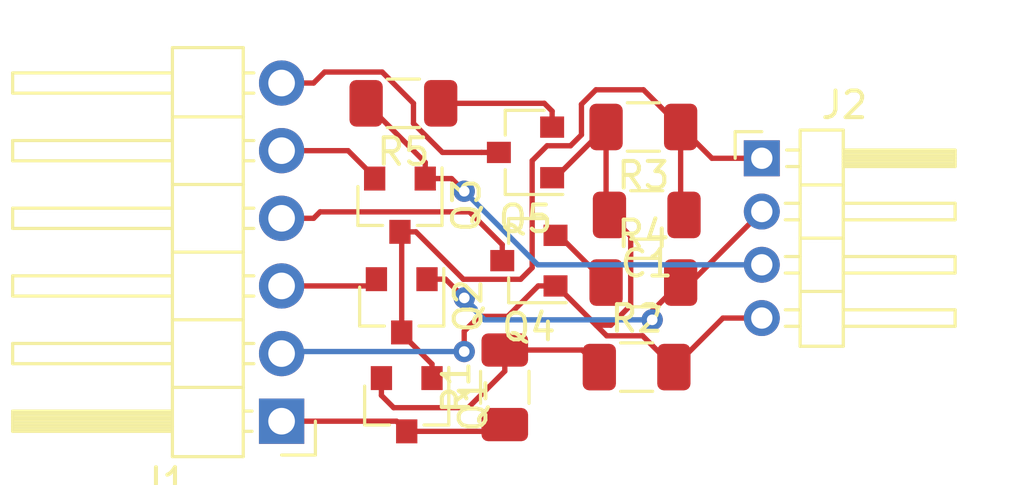
<source format=kicad_pcb>
(kicad_pcb (version 20171130) (host pcbnew 5.0.0+dfsg1-2)

  (general
    (thickness 1.6)
    (drawings 0)
    (tracks 98)
    (zones 0)
    (modules 13)
    (nets 13)
  )

  (page A4)
  (layers
    (0 F.Cu signal)
    (31 B.Cu signal)
    (33 F.Adhes user)
    (35 F.Paste user)
    (37 F.SilkS user hide)
    (39 F.Mask user hide)
    (40 Dwgs.User user)
    (41 Cmts.User user)
    (42 Eco1.User user)
    (43 Eco2.User user)
    (44 Edge.Cuts user)
    (45 Margin user)
    (46 B.CrtYd user)
    (47 F.CrtYd user)
    (49 F.Fab user)
  )

  (setup
    (last_trace_width 0.2)
    (trace_clearance 0.2)
    (zone_clearance 0.508)
    (zone_45_only no)
    (trace_min 0.15)
    (segment_width 0.2)
    (edge_width 0.15)
    (via_size 0.8)
    (via_drill 0.4)
    (via_min_size 0.4)
    (via_min_drill 0.3)
    (uvia_size 0.3)
    (uvia_drill 0.1)
    (uvias_allowed no)
    (uvia_min_size 0.2)
    (uvia_min_drill 0.1)
    (pcb_text_width 0.3)
    (pcb_text_size 1.5 1.5)
    (mod_edge_width 0.15)
    (mod_text_size 1 1)
    (mod_text_width 0.15)
    (pad_size 1.524 1.524)
    (pad_drill 0.762)
    (pad_to_mask_clearance 0.2)
    (aux_axis_origin 0 0)
    (visible_elements FFFFFF7F)
    (pcbplotparams
      (layerselection 0x010fc_ffffffff)
      (usegerberextensions false)
      (usegerberattributes false)
      (usegerberadvancedattributes false)
      (creategerberjobfile false)
      (excludeedgelayer true)
      (linewidth 0.100000)
      (plotframeref false)
      (viasonmask false)
      (mode 1)
      (useauxorigin false)
      (hpglpennumber 1)
      (hpglpenspeed 20)
      (hpglpendiameter 15.000000)
      (psnegative false)
      (psa4output false)
      (plotreference true)
      (plotvalue true)
      (plotinvisibletext false)
      (padsonsilk false)
      (subtractmaskfromsilk false)
      (outputformat 1)
      (mirror false)
      (drillshape 1)
      (scaleselection 1)
      (outputdirectory ""))
  )

  (net 0 "")
  (net 1 "Net-(J1-Pad1)")
  (net 2 GNDREF)
  (net 3 "Net-(J2-Pad2)")
  (net 4 "Net-(J2-Pad3)")
  (net 5 "Net-(C1-Pad1)")
  (net 6 "Net-(J1-Pad3)")
  (net 7 "Net-(J1-Pad5)")
  (net 8 "Net-(J1-Pad4)")
  (net 9 "Net-(Q1-Pad2)")
  (net 10 "Net-(Q4-Pad2)")
  (net 11 "Net-(Q5-Pad2)")
  (net 12 "Net-(J1-Pad6)")

  (net_class Default "This is the default net class."
    (clearance 0.2)
    (trace_width 0.2)
    (via_dia 0.8)
    (via_drill 0.4)
    (uvia_dia 0.3)
    (uvia_drill 0.1)
    (add_net GNDREF)
    (add_net "Net-(C1-Pad1)")
    (add_net "Net-(J1-Pad1)")
    (add_net "Net-(J1-Pad3)")
    (add_net "Net-(J1-Pad4)")
    (add_net "Net-(J1-Pad5)")
    (add_net "Net-(J1-Pad6)")
    (add_net "Net-(J2-Pad2)")
    (add_net "Net-(J2-Pad3)")
    (add_net "Net-(Q1-Pad2)")
    (add_net "Net-(Q4-Pad2)")
    (add_net "Net-(Q5-Pad2)")
  )

  (module Capacitor_SMD:C_1206_3216Metric (layer F.Cu) (tedit 5B301BBE) (tstamp 5BC06D62)
    (at 92.707 32.639 180)
    (descr "Capacitor SMD 1206 (3216 Metric), square (rectangular) end terminal, IPC_7351 nominal, (Body size source: http://www.tortai-tech.com/upload/download/2011102023233369053.pdf), generated with kicad-footprint-generator")
    (tags capacitor)
    (path /5B36B4DB)
    (attr smd)
    (fp_text reference C1 (at 0 -1.82 180) (layer F.SilkS)
      (effects (font (size 1 1) (thickness 0.15)))
    )
    (fp_text value 10u (at 0 1.82 180) (layer F.Fab)
      (effects (font (size 1 1) (thickness 0.15)))
    )
    (fp_line (start -1.6 0.8) (end -1.6 -0.8) (layer F.Fab) (width 0.1))
    (fp_line (start -1.6 -0.8) (end 1.6 -0.8) (layer F.Fab) (width 0.1))
    (fp_line (start 1.6 -0.8) (end 1.6 0.8) (layer F.Fab) (width 0.1))
    (fp_line (start 1.6 0.8) (end -1.6 0.8) (layer F.Fab) (width 0.1))
    (fp_line (start -0.602064 -0.91) (end 0.602064 -0.91) (layer F.SilkS) (width 0.12))
    (fp_line (start -0.602064 0.91) (end 0.602064 0.91) (layer F.SilkS) (width 0.12))
    (fp_line (start -2.28 1.12) (end -2.28 -1.12) (layer F.CrtYd) (width 0.05))
    (fp_line (start -2.28 -1.12) (end 2.28 -1.12) (layer F.CrtYd) (width 0.05))
    (fp_line (start 2.28 -1.12) (end 2.28 1.12) (layer F.CrtYd) (width 0.05))
    (fp_line (start 2.28 1.12) (end -2.28 1.12) (layer F.CrtYd) (width 0.05))
    (fp_text user %R (at 0 0 180) (layer F.Fab)
      (effects (font (size 0.8 0.8) (thickness 0.12)))
    )
    (pad 1 smd roundrect (at -1.4 0 180) (size 1.25 1.75) (layers F.Cu F.Paste F.Mask) (roundrect_rratio 0.2)
      (net 5 "Net-(C1-Pad1)"))
    (pad 2 smd roundrect (at 1.4 0 180) (size 1.25 1.75) (layers F.Cu F.Paste F.Mask) (roundrect_rratio 0.2)
      (net 2 GNDREF))
    (model ${KISYS3DMOD}/Capacitor_SMD.3dshapes/C_1206_3216Metric.wrl
      (at (xyz 0 0 0))
      (scale (xyz 1 1 1))
      (rotate (xyz 0 0 0))
    )
  )

  (module Resistor_SMD:R_1206_3216Metric (layer F.Cu) (tedit 5B301BBD) (tstamp 5BC06DA3)
    (at 83.569 28.448 180)
    (descr "Resistor SMD 1206 (3216 Metric), square (rectangular) end terminal, IPC_7351 nominal, (Body size source: http://www.tortai-tech.com/upload/download/2011102023233369053.pdf), generated with kicad-footprint-generator")
    (tags resistor)
    (path /5B360BC1)
    (attr smd)
    (fp_text reference R5 (at 0 -1.82 180) (layer F.SilkS)
      (effects (font (size 1 1) (thickness 0.15)))
    )
    (fp_text value 100k (at 0 1.82 180) (layer F.Fab)
      (effects (font (size 1 1) (thickness 0.15)))
    )
    (fp_line (start -1.6 0.8) (end -1.6 -0.8) (layer F.Fab) (width 0.1))
    (fp_line (start -1.6 -0.8) (end 1.6 -0.8) (layer F.Fab) (width 0.1))
    (fp_line (start 1.6 -0.8) (end 1.6 0.8) (layer F.Fab) (width 0.1))
    (fp_line (start 1.6 0.8) (end -1.6 0.8) (layer F.Fab) (width 0.1))
    (fp_line (start -0.602064 -0.91) (end 0.602064 -0.91) (layer F.SilkS) (width 0.12))
    (fp_line (start -0.602064 0.91) (end 0.602064 0.91) (layer F.SilkS) (width 0.12))
    (fp_line (start -2.28 1.12) (end -2.28 -1.12) (layer F.CrtYd) (width 0.05))
    (fp_line (start -2.28 -1.12) (end 2.28 -1.12) (layer F.CrtYd) (width 0.05))
    (fp_line (start 2.28 -1.12) (end 2.28 1.12) (layer F.CrtYd) (width 0.05))
    (fp_line (start 2.28 1.12) (end -2.28 1.12) (layer F.CrtYd) (width 0.05))
    (fp_text user %R (at 0 0 180) (layer F.Fab)
      (effects (font (size 0.8 0.8) (thickness 0.12)))
    )
    (pad 1 smd roundrect (at -1.4 0 180) (size 1.25 1.75) (layers F.Cu F.Paste F.Mask) (roundrect_rratio 0.2)
      (net 11 "Net-(Q5-Pad2)"))
    (pad 2 smd roundrect (at 1.4 0 180) (size 1.25 1.75) (layers F.Cu F.Paste F.Mask) (roundrect_rratio 0.2)
      (net 4 "Net-(J2-Pad3)"))
    (model ${KISYS3DMOD}/Resistor_SMD.3dshapes/R_1206_3216Metric.wrl
      (at (xyz 0 0 0))
      (scale (xyz 1 1 1))
      (rotate (xyz 0 0 0))
    )
  )

  (module Resistor_SMD:R_1206_3216Metric (layer F.Cu) (tedit 5B301BBD) (tstamp 5BC06B18)
    (at 92.58 35.179)
    (descr "Resistor SMD 1206 (3216 Metric), square (rectangular) end terminal, IPC_7351 nominal, (Body size source: http://www.tortai-tech.com/upload/download/2011102023233369053.pdf), generated with kicad-footprint-generator")
    (tags resistor)
    (path /5B360C16)
    (attr smd)
    (fp_text reference R4 (at 0 -1.82) (layer F.SilkS)
      (effects (font (size 1 1) (thickness 0.15)))
    )
    (fp_text value 100k (at 0 1.82) (layer F.Fab)
      (effects (font (size 1 1) (thickness 0.15)))
    )
    (fp_text user %R (at 0 0) (layer F.Fab)
      (effects (font (size 0.8 0.8) (thickness 0.12)))
    )
    (fp_line (start 2.28 1.12) (end -2.28 1.12) (layer F.CrtYd) (width 0.05))
    (fp_line (start 2.28 -1.12) (end 2.28 1.12) (layer F.CrtYd) (width 0.05))
    (fp_line (start -2.28 -1.12) (end 2.28 -1.12) (layer F.CrtYd) (width 0.05))
    (fp_line (start -2.28 1.12) (end -2.28 -1.12) (layer F.CrtYd) (width 0.05))
    (fp_line (start -0.602064 0.91) (end 0.602064 0.91) (layer F.SilkS) (width 0.12))
    (fp_line (start -0.602064 -0.91) (end 0.602064 -0.91) (layer F.SilkS) (width 0.12))
    (fp_line (start 1.6 0.8) (end -1.6 0.8) (layer F.Fab) (width 0.1))
    (fp_line (start 1.6 -0.8) (end 1.6 0.8) (layer F.Fab) (width 0.1))
    (fp_line (start -1.6 -0.8) (end 1.6 -0.8) (layer F.Fab) (width 0.1))
    (fp_line (start -1.6 0.8) (end -1.6 -0.8) (layer F.Fab) (width 0.1))
    (pad 2 smd roundrect (at 1.4 0) (size 1.25 1.75) (layers F.Cu F.Paste F.Mask) (roundrect_rratio 0.2)
      (net 3 "Net-(J2-Pad2)"))
    (pad 1 smd roundrect (at -1.4 0) (size 1.25 1.75) (layers F.Cu F.Paste F.Mask) (roundrect_rratio 0.2)
      (net 10 "Net-(Q4-Pad2)"))
    (model ${KISYS3DMOD}/Resistor_SMD.3dshapes/R_1206_3216Metric.wrl
      (at (xyz 0 0 0))
      (scale (xyz 1 1 1))
      (rotate (xyz 0 0 0))
    )
  )

  (module Resistor_SMD:R_1206_3216Metric (layer F.Cu) (tedit 5B301BBD) (tstamp 5BC06B08)
    (at 92.58 29.337 180)
    (descr "Resistor SMD 1206 (3216 Metric), square (rectangular) end terminal, IPC_7351 nominal, (Body size source: http://www.tortai-tech.com/upload/download/2011102023233369053.pdf), generated with kicad-footprint-generator")
    (tags resistor)
    (path /5B360D0E)
    (attr smd)
    (fp_text reference R3 (at 0 -1.82 180) (layer F.SilkS)
      (effects (font (size 1 1) (thickness 0.15)))
    )
    (fp_text value 100k (at 0 1.82 180) (layer F.Fab)
      (effects (font (size 1 1) (thickness 0.15)))
    )
    (fp_line (start -1.6 0.8) (end -1.6 -0.8) (layer F.Fab) (width 0.1))
    (fp_line (start -1.6 -0.8) (end 1.6 -0.8) (layer F.Fab) (width 0.1))
    (fp_line (start 1.6 -0.8) (end 1.6 0.8) (layer F.Fab) (width 0.1))
    (fp_line (start 1.6 0.8) (end -1.6 0.8) (layer F.Fab) (width 0.1))
    (fp_line (start -0.602064 -0.91) (end 0.602064 -0.91) (layer F.SilkS) (width 0.12))
    (fp_line (start -0.602064 0.91) (end 0.602064 0.91) (layer F.SilkS) (width 0.12))
    (fp_line (start -2.28 1.12) (end -2.28 -1.12) (layer F.CrtYd) (width 0.05))
    (fp_line (start -2.28 -1.12) (end 2.28 -1.12) (layer F.CrtYd) (width 0.05))
    (fp_line (start 2.28 -1.12) (end 2.28 1.12) (layer F.CrtYd) (width 0.05))
    (fp_line (start 2.28 1.12) (end -2.28 1.12) (layer F.CrtYd) (width 0.05))
    (fp_text user %R (at 0 0 180) (layer F.Fab)
      (effects (font (size 0.8 0.8) (thickness 0.12)))
    )
    (pad 1 smd roundrect (at -1.4 0 180) (size 1.25 1.75) (layers F.Cu F.Paste F.Mask) (roundrect_rratio 0.2)
      (net 5 "Net-(C1-Pad1)"))
    (pad 2 smd roundrect (at 1.4 0 180) (size 1.25 1.75) (layers F.Cu F.Paste F.Mask) (roundrect_rratio 0.2)
      (net 2 GNDREF))
    (model ${KISYS3DMOD}/Resistor_SMD.3dshapes/R_1206_3216Metric.wrl
      (at (xyz 0 0 0))
      (scale (xyz 1 1 1))
      (rotate (xyz 0 0 0))
    )
  )

  (module Resistor_SMD:R_1206_3216Metric (layer F.Cu) (tedit 5B301BBD) (tstamp 5BC06AF8)
    (at 92.326 38.354)
    (descr "Resistor SMD 1206 (3216 Metric), square (rectangular) end terminal, IPC_7351 nominal, (Body size source: http://www.tortai-tech.com/upload/download/2011102023233369053.pdf), generated with kicad-footprint-generator")
    (tags resistor)
    (path /5B360CC8)
    (attr smd)
    (fp_text reference R2 (at 0 -1.82) (layer F.SilkS)
      (effects (font (size 1 1) (thickness 0.15)))
    )
    (fp_text value 100k (at 0 1.82) (layer F.Fab)
      (effects (font (size 1 1) (thickness 0.15)))
    )
    (fp_text user %R (at 0 0) (layer F.Fab)
      (effects (font (size 0.8 0.8) (thickness 0.12)))
    )
    (fp_line (start 2.28 1.12) (end -2.28 1.12) (layer F.CrtYd) (width 0.05))
    (fp_line (start 2.28 -1.12) (end 2.28 1.12) (layer F.CrtYd) (width 0.05))
    (fp_line (start -2.28 -1.12) (end 2.28 -1.12) (layer F.CrtYd) (width 0.05))
    (fp_line (start -2.28 1.12) (end -2.28 -1.12) (layer F.CrtYd) (width 0.05))
    (fp_line (start -0.602064 0.91) (end 0.602064 0.91) (layer F.SilkS) (width 0.12))
    (fp_line (start -0.602064 -0.91) (end 0.602064 -0.91) (layer F.SilkS) (width 0.12))
    (fp_line (start 1.6 0.8) (end -1.6 0.8) (layer F.Fab) (width 0.1))
    (fp_line (start 1.6 -0.8) (end 1.6 0.8) (layer F.Fab) (width 0.1))
    (fp_line (start -1.6 -0.8) (end 1.6 -0.8) (layer F.Fab) (width 0.1))
    (fp_line (start -1.6 0.8) (end -1.6 -0.8) (layer F.Fab) (width 0.1))
    (pad 2 smd roundrect (at 1.4 0) (size 1.25 1.75) (layers F.Cu F.Paste F.Mask) (roundrect_rratio 0.2)
      (net 2 GNDREF))
    (pad 1 smd roundrect (at -1.4 0) (size 1.25 1.75) (layers F.Cu F.Paste F.Mask) (roundrect_rratio 0.2)
      (net 9 "Net-(Q1-Pad2)"))
    (model ${KISYS3DMOD}/Resistor_SMD.3dshapes/R_1206_3216Metric.wrl
      (at (xyz 0 0 0))
      (scale (xyz 1 1 1))
      (rotate (xyz 0 0 0))
    )
  )

  (module Resistor_SMD:R_1206_3216Metric (layer F.Cu) (tedit 5B301BBD) (tstamp 5BC06AE8)
    (at 87.376 39.113 90)
    (descr "Resistor SMD 1206 (3216 Metric), square (rectangular) end terminal, IPC_7351 nominal, (Body size source: http://www.tortai-tech.com/upload/download/2011102023233369053.pdf), generated with kicad-footprint-generator")
    (tags resistor)
    (path /5B360C63)
    (attr smd)
    (fp_text reference R1 (at 0 -1.82 90) (layer F.SilkS)
      (effects (font (size 1 1) (thickness 0.15)))
    )
    (fp_text value 120k (at 0 1.82 90) (layer F.Fab)
      (effects (font (size 1 1) (thickness 0.15)))
    )
    (fp_line (start -1.6 0.8) (end -1.6 -0.8) (layer F.Fab) (width 0.1))
    (fp_line (start -1.6 -0.8) (end 1.6 -0.8) (layer F.Fab) (width 0.1))
    (fp_line (start 1.6 -0.8) (end 1.6 0.8) (layer F.Fab) (width 0.1))
    (fp_line (start 1.6 0.8) (end -1.6 0.8) (layer F.Fab) (width 0.1))
    (fp_line (start -0.602064 -0.91) (end 0.602064 -0.91) (layer F.SilkS) (width 0.12))
    (fp_line (start -0.602064 0.91) (end 0.602064 0.91) (layer F.SilkS) (width 0.12))
    (fp_line (start -2.28 1.12) (end -2.28 -1.12) (layer F.CrtYd) (width 0.05))
    (fp_line (start -2.28 -1.12) (end 2.28 -1.12) (layer F.CrtYd) (width 0.05))
    (fp_line (start 2.28 -1.12) (end 2.28 1.12) (layer F.CrtYd) (width 0.05))
    (fp_line (start 2.28 1.12) (end -2.28 1.12) (layer F.CrtYd) (width 0.05))
    (fp_text user %R (at 0 0 90) (layer F.Fab)
      (effects (font (size 0.8 0.8) (thickness 0.12)))
    )
    (pad 1 smd roundrect (at -1.4 0 90) (size 1.25 1.75) (layers F.Cu F.Paste F.Mask) (roundrect_rratio 0.2)
      (net 1 "Net-(J1-Pad1)"))
    (pad 2 smd roundrect (at 1.4 0 90) (size 1.25 1.75) (layers F.Cu F.Paste F.Mask) (roundrect_rratio 0.2)
      (net 9 "Net-(Q1-Pad2)"))
    (model ${KISYS3DMOD}/Resistor_SMD.3dshapes/R_1206_3216Metric.wrl
      (at (xyz 0 0 0))
      (scale (xyz 1 1 1))
      (rotate (xyz 0 0 0))
    )
  )

  (module Connector_PinHeader_2.54mm:PinHeader_1x06_P2.54mm_Horizontal (layer F.Cu) (tedit 59FED5CB) (tstamp 5B99A429)
    (at 78.994 40.386 180)
    (descr "Through hole angled pin header, 1x06, 2.54mm pitch, 6mm pin length, single row")
    (tags "Through hole angled pin header THT 1x06 2.54mm single row")
    (path /5B909F67)
    (fp_text reference J1 (at 4.385 -2.27 180) (layer F.SilkS)
      (effects (font (size 1 1) (thickness 0.15)))
    )
    (fp_text value Conn_01x06 (at 4.385 14.97 180) (layer F.Fab)
      (effects (font (size 1 1) (thickness 0.15)))
    )
    (fp_line (start 2.135 -1.27) (end 4.04 -1.27) (layer F.Fab) (width 0.1))
    (fp_line (start 4.04 -1.27) (end 4.04 13.97) (layer F.Fab) (width 0.1))
    (fp_line (start 4.04 13.97) (end 1.5 13.97) (layer F.Fab) (width 0.1))
    (fp_line (start 1.5 13.97) (end 1.5 -0.635) (layer F.Fab) (width 0.1))
    (fp_line (start 1.5 -0.635) (end 2.135 -1.27) (layer F.Fab) (width 0.1))
    (fp_line (start -0.32 -0.32) (end 1.5 -0.32) (layer F.Fab) (width 0.1))
    (fp_line (start -0.32 -0.32) (end -0.32 0.32) (layer F.Fab) (width 0.1))
    (fp_line (start -0.32 0.32) (end 1.5 0.32) (layer F.Fab) (width 0.1))
    (fp_line (start 4.04 -0.32) (end 10.04 -0.32) (layer F.Fab) (width 0.1))
    (fp_line (start 10.04 -0.32) (end 10.04 0.32) (layer F.Fab) (width 0.1))
    (fp_line (start 4.04 0.32) (end 10.04 0.32) (layer F.Fab) (width 0.1))
    (fp_line (start -0.32 2.22) (end 1.5 2.22) (layer F.Fab) (width 0.1))
    (fp_line (start -0.32 2.22) (end -0.32 2.86) (layer F.Fab) (width 0.1))
    (fp_line (start -0.32 2.86) (end 1.5 2.86) (layer F.Fab) (width 0.1))
    (fp_line (start 4.04 2.22) (end 10.04 2.22) (layer F.Fab) (width 0.1))
    (fp_line (start 10.04 2.22) (end 10.04 2.86) (layer F.Fab) (width 0.1))
    (fp_line (start 4.04 2.86) (end 10.04 2.86) (layer F.Fab) (width 0.1))
    (fp_line (start -0.32 4.76) (end 1.5 4.76) (layer F.Fab) (width 0.1))
    (fp_line (start -0.32 4.76) (end -0.32 5.4) (layer F.Fab) (width 0.1))
    (fp_line (start -0.32 5.4) (end 1.5 5.4) (layer F.Fab) (width 0.1))
    (fp_line (start 4.04 4.76) (end 10.04 4.76) (layer F.Fab) (width 0.1))
    (fp_line (start 10.04 4.76) (end 10.04 5.4) (layer F.Fab) (width 0.1))
    (fp_line (start 4.04 5.4) (end 10.04 5.4) (layer F.Fab) (width 0.1))
    (fp_line (start -0.32 7.3) (end 1.5 7.3) (layer F.Fab) (width 0.1))
    (fp_line (start -0.32 7.3) (end -0.32 7.94) (layer F.Fab) (width 0.1))
    (fp_line (start -0.32 7.94) (end 1.5 7.94) (layer F.Fab) (width 0.1))
    (fp_line (start 4.04 7.3) (end 10.04 7.3) (layer F.Fab) (width 0.1))
    (fp_line (start 10.04 7.3) (end 10.04 7.94) (layer F.Fab) (width 0.1))
    (fp_line (start 4.04 7.94) (end 10.04 7.94) (layer F.Fab) (width 0.1))
    (fp_line (start -0.32 9.84) (end 1.5 9.84) (layer F.Fab) (width 0.1))
    (fp_line (start -0.32 9.84) (end -0.32 10.48) (layer F.Fab) (width 0.1))
    (fp_line (start -0.32 10.48) (end 1.5 10.48) (layer F.Fab) (width 0.1))
    (fp_line (start 4.04 9.84) (end 10.04 9.84) (layer F.Fab) (width 0.1))
    (fp_line (start 10.04 9.84) (end 10.04 10.48) (layer F.Fab) (width 0.1))
    (fp_line (start 4.04 10.48) (end 10.04 10.48) (layer F.Fab) (width 0.1))
    (fp_line (start -0.32 12.38) (end 1.5 12.38) (layer F.Fab) (width 0.1))
    (fp_line (start -0.32 12.38) (end -0.32 13.02) (layer F.Fab) (width 0.1))
    (fp_line (start -0.32 13.02) (end 1.5 13.02) (layer F.Fab) (width 0.1))
    (fp_line (start 4.04 12.38) (end 10.04 12.38) (layer F.Fab) (width 0.1))
    (fp_line (start 10.04 12.38) (end 10.04 13.02) (layer F.Fab) (width 0.1))
    (fp_line (start 4.04 13.02) (end 10.04 13.02) (layer F.Fab) (width 0.1))
    (fp_line (start 1.44 -1.33) (end 1.44 14.03) (layer F.SilkS) (width 0.12))
    (fp_line (start 1.44 14.03) (end 4.1 14.03) (layer F.SilkS) (width 0.12))
    (fp_line (start 4.1 14.03) (end 4.1 -1.33) (layer F.SilkS) (width 0.12))
    (fp_line (start 4.1 -1.33) (end 1.44 -1.33) (layer F.SilkS) (width 0.12))
    (fp_line (start 4.1 -0.38) (end 10.1 -0.38) (layer F.SilkS) (width 0.12))
    (fp_line (start 10.1 -0.38) (end 10.1 0.38) (layer F.SilkS) (width 0.12))
    (fp_line (start 10.1 0.38) (end 4.1 0.38) (layer F.SilkS) (width 0.12))
    (fp_line (start 4.1 -0.32) (end 10.1 -0.32) (layer F.SilkS) (width 0.12))
    (fp_line (start 4.1 -0.2) (end 10.1 -0.2) (layer F.SilkS) (width 0.12))
    (fp_line (start 4.1 -0.08) (end 10.1 -0.08) (layer F.SilkS) (width 0.12))
    (fp_line (start 4.1 0.04) (end 10.1 0.04) (layer F.SilkS) (width 0.12))
    (fp_line (start 4.1 0.16) (end 10.1 0.16) (layer F.SilkS) (width 0.12))
    (fp_line (start 4.1 0.28) (end 10.1 0.28) (layer F.SilkS) (width 0.12))
    (fp_line (start 1.11 -0.38) (end 1.44 -0.38) (layer F.SilkS) (width 0.12))
    (fp_line (start 1.11 0.38) (end 1.44 0.38) (layer F.SilkS) (width 0.12))
    (fp_line (start 1.44 1.27) (end 4.1 1.27) (layer F.SilkS) (width 0.12))
    (fp_line (start 4.1 2.16) (end 10.1 2.16) (layer F.SilkS) (width 0.12))
    (fp_line (start 10.1 2.16) (end 10.1 2.92) (layer F.SilkS) (width 0.12))
    (fp_line (start 10.1 2.92) (end 4.1 2.92) (layer F.SilkS) (width 0.12))
    (fp_line (start 1.042929 2.16) (end 1.44 2.16) (layer F.SilkS) (width 0.12))
    (fp_line (start 1.042929 2.92) (end 1.44 2.92) (layer F.SilkS) (width 0.12))
    (fp_line (start 1.44 3.81) (end 4.1 3.81) (layer F.SilkS) (width 0.12))
    (fp_line (start 4.1 4.7) (end 10.1 4.7) (layer F.SilkS) (width 0.12))
    (fp_line (start 10.1 4.7) (end 10.1 5.46) (layer F.SilkS) (width 0.12))
    (fp_line (start 10.1 5.46) (end 4.1 5.46) (layer F.SilkS) (width 0.12))
    (fp_line (start 1.042929 4.7) (end 1.44 4.7) (layer F.SilkS) (width 0.12))
    (fp_line (start 1.042929 5.46) (end 1.44 5.46) (layer F.SilkS) (width 0.12))
    (fp_line (start 1.44 6.35) (end 4.1 6.35) (layer F.SilkS) (width 0.12))
    (fp_line (start 4.1 7.24) (end 10.1 7.24) (layer F.SilkS) (width 0.12))
    (fp_line (start 10.1 7.24) (end 10.1 8) (layer F.SilkS) (width 0.12))
    (fp_line (start 10.1 8) (end 4.1 8) (layer F.SilkS) (width 0.12))
    (fp_line (start 1.042929 7.24) (end 1.44 7.24) (layer F.SilkS) (width 0.12))
    (fp_line (start 1.042929 8) (end 1.44 8) (layer F.SilkS) (width 0.12))
    (fp_line (start 1.44 8.89) (end 4.1 8.89) (layer F.SilkS) (width 0.12))
    (fp_line (start 4.1 9.78) (end 10.1 9.78) (layer F.SilkS) (width 0.12))
    (fp_line (start 10.1 9.78) (end 10.1 10.54) (layer F.SilkS) (width 0.12))
    (fp_line (start 10.1 10.54) (end 4.1 10.54) (layer F.SilkS) (width 0.12))
    (fp_line (start 1.042929 9.78) (end 1.44 9.78) (layer F.SilkS) (width 0.12))
    (fp_line (start 1.042929 10.54) (end 1.44 10.54) (layer F.SilkS) (width 0.12))
    (fp_line (start 1.44 11.43) (end 4.1 11.43) (layer F.SilkS) (width 0.12))
    (fp_line (start 4.1 12.32) (end 10.1 12.32) (layer F.SilkS) (width 0.12))
    (fp_line (start 10.1 12.32) (end 10.1 13.08) (layer F.SilkS) (width 0.12))
    (fp_line (start 10.1 13.08) (end 4.1 13.08) (layer F.SilkS) (width 0.12))
    (fp_line (start 1.042929 12.32) (end 1.44 12.32) (layer F.SilkS) (width 0.12))
    (fp_line (start 1.042929 13.08) (end 1.44 13.08) (layer F.SilkS) (width 0.12))
    (fp_line (start -1.27 0) (end -1.27 -1.27) (layer F.SilkS) (width 0.12))
    (fp_line (start -1.27 -1.27) (end 0 -1.27) (layer F.SilkS) (width 0.12))
    (fp_line (start -1.8 -1.8) (end -1.8 14.5) (layer F.CrtYd) (width 0.05))
    (fp_line (start -1.8 14.5) (end 10.55 14.5) (layer F.CrtYd) (width 0.05))
    (fp_line (start 10.55 14.5) (end 10.55 -1.8) (layer F.CrtYd) (width 0.05))
    (fp_line (start 10.55 -1.8) (end -1.8 -1.8) (layer F.CrtYd) (width 0.05))
    (fp_text user %R (at 2.77 6.35 270) (layer F.Fab)
      (effects (font (size 1 1) (thickness 0.15)))
    )
    (pad 1 thru_hole rect (at 0 0 180) (size 1.7 1.7) (drill 1) (layers *.Cu *.Mask)
      (net 1 "Net-(J1-Pad1)"))
    (pad 2 thru_hole oval (at 0 2.54 180) (size 1.7 1.7) (drill 1) (layers *.Cu *.Mask)
      (net 2 GNDREF))
    (pad 3 thru_hole oval (at 0 5.08 180) (size 1.7 1.7) (drill 1) (layers *.Cu *.Mask)
      (net 6 "Net-(J1-Pad3)"))
    (pad 4 thru_hole oval (at 0 7.62 180) (size 1.7 1.7) (drill 1) (layers *.Cu *.Mask)
      (net 8 "Net-(J1-Pad4)"))
    (pad 5 thru_hole oval (at 0 10.16 180) (size 1.7 1.7) (drill 1) (layers *.Cu *.Mask)
      (net 7 "Net-(J1-Pad5)"))
    (pad 6 thru_hole oval (at 0 12.7 180) (size 1.7 1.7) (drill 1) (layers *.Cu *.Mask)
      (net 12 "Net-(J1-Pad6)"))
    (model ${KISYS3DMOD}/Connector_PinHeader_2.54mm.3dshapes/PinHeader_1x06_P2.54mm_Horizontal.wrl
      (at (xyz 0 0 0))
      (scale (xyz 1 1 1))
      (rotate (xyz 0 0 0))
    )
  )

  (module Package_TO_SOT_SMD:SOT-23 (layer F.Cu) (tedit 5A02FF57) (tstamp 5B996CAF)
    (at 88.154 30.292 180)
    (descr "SOT-23, Standard")
    (tags SOT-23)
    (path /5B4CCC2C)
    (attr smd)
    (fp_text reference Q5 (at 0 -2.5 180) (layer F.SilkS)
      (effects (font (size 1 1) (thickness 0.15)))
    )
    (fp_text value 2N3904 (at 0 2.5 180) (layer F.Fab)
      (effects (font (size 1 1) (thickness 0.15)))
    )
    (fp_text user %R (at 0 0 270) (layer F.Fab)
      (effects (font (size 0.5 0.5) (thickness 0.075)))
    )
    (fp_line (start -0.7 -0.95) (end -0.7 1.5) (layer F.Fab) (width 0.1))
    (fp_line (start -0.15 -1.52) (end 0.7 -1.52) (layer F.Fab) (width 0.1))
    (fp_line (start -0.7 -0.95) (end -0.15 -1.52) (layer F.Fab) (width 0.1))
    (fp_line (start 0.7 -1.52) (end 0.7 1.52) (layer F.Fab) (width 0.1))
    (fp_line (start -0.7 1.52) (end 0.7 1.52) (layer F.Fab) (width 0.1))
    (fp_line (start 0.76 1.58) (end 0.76 0.65) (layer F.SilkS) (width 0.12))
    (fp_line (start 0.76 -1.58) (end 0.76 -0.65) (layer F.SilkS) (width 0.12))
    (fp_line (start -1.7 -1.75) (end 1.7 -1.75) (layer F.CrtYd) (width 0.05))
    (fp_line (start 1.7 -1.75) (end 1.7 1.75) (layer F.CrtYd) (width 0.05))
    (fp_line (start 1.7 1.75) (end -1.7 1.75) (layer F.CrtYd) (width 0.05))
    (fp_line (start -1.7 1.75) (end -1.7 -1.75) (layer F.CrtYd) (width 0.05))
    (fp_line (start 0.76 -1.58) (end -1.4 -1.58) (layer F.SilkS) (width 0.12))
    (fp_line (start 0.76 1.58) (end -0.7 1.58) (layer F.SilkS) (width 0.12))
    (pad 1 smd rect (at -1 -0.95 180) (size 0.9 0.8) (layers F.Cu F.Paste F.Mask)
      (net 2 GNDREF))
    (pad 2 smd rect (at -1 0.95 180) (size 0.9 0.8) (layers F.Cu F.Paste F.Mask)
      (net 11 "Net-(Q5-Pad2)"))
    (pad 3 smd rect (at 1 0 180) (size 0.9 0.8) (layers F.Cu F.Paste F.Mask)
      (net 12 "Net-(J1-Pad6)"))
    (model ${KISYS3DMOD}/Package_TO_SOT_SMD.3dshapes/SOT-23.wrl
      (at (xyz 0 0 0))
      (scale (xyz 1 1 1))
      (rotate (xyz 0 0 0))
    )
  )

  (module Package_TO_SOT_SMD:SOT-23 (layer F.Cu) (tedit 5A02FF57) (tstamp 5B996C9B)
    (at 88.281 34.356 180)
    (descr "SOT-23, Standard")
    (tags SOT-23)
    (path /5B4CCBD8)
    (attr smd)
    (fp_text reference Q4 (at 0 -2.5 180) (layer F.SilkS)
      (effects (font (size 1 1) (thickness 0.15)))
    )
    (fp_text value 2N3904 (at 0 2.5 180) (layer F.Fab)
      (effects (font (size 1 1) (thickness 0.15)))
    )
    (fp_line (start 0.76 1.58) (end -0.7 1.58) (layer F.SilkS) (width 0.12))
    (fp_line (start 0.76 -1.58) (end -1.4 -1.58) (layer F.SilkS) (width 0.12))
    (fp_line (start -1.7 1.75) (end -1.7 -1.75) (layer F.CrtYd) (width 0.05))
    (fp_line (start 1.7 1.75) (end -1.7 1.75) (layer F.CrtYd) (width 0.05))
    (fp_line (start 1.7 -1.75) (end 1.7 1.75) (layer F.CrtYd) (width 0.05))
    (fp_line (start -1.7 -1.75) (end 1.7 -1.75) (layer F.CrtYd) (width 0.05))
    (fp_line (start 0.76 -1.58) (end 0.76 -0.65) (layer F.SilkS) (width 0.12))
    (fp_line (start 0.76 1.58) (end 0.76 0.65) (layer F.SilkS) (width 0.12))
    (fp_line (start -0.7 1.52) (end 0.7 1.52) (layer F.Fab) (width 0.1))
    (fp_line (start 0.7 -1.52) (end 0.7 1.52) (layer F.Fab) (width 0.1))
    (fp_line (start -0.7 -0.95) (end -0.15 -1.52) (layer F.Fab) (width 0.1))
    (fp_line (start -0.15 -1.52) (end 0.7 -1.52) (layer F.Fab) (width 0.1))
    (fp_line (start -0.7 -0.95) (end -0.7 1.5) (layer F.Fab) (width 0.1))
    (fp_text user %R (at 0 0 270) (layer F.Fab)
      (effects (font (size 0.5 0.5) (thickness 0.075)))
    )
    (pad 3 smd rect (at 1 0 180) (size 0.9 0.8) (layers F.Cu F.Paste F.Mask)
      (net 8 "Net-(J1-Pad4)"))
    (pad 2 smd rect (at -1 0.95 180) (size 0.9 0.8) (layers F.Cu F.Paste F.Mask)
      (net 10 "Net-(Q4-Pad2)"))
    (pad 1 smd rect (at -1 -0.95 180) (size 0.9 0.8) (layers F.Cu F.Paste F.Mask)
      (net 2 GNDREF))
    (model ${KISYS3DMOD}/Package_TO_SOT_SMD.3dshapes/SOT-23.wrl
      (at (xyz 0 0 0))
      (scale (xyz 1 1 1))
      (rotate (xyz 0 0 0))
    )
  )

  (module Package_TO_SOT_SMD:SOT-23 (layer F.Cu) (tedit 5A02FF57) (tstamp 5B996C87)
    (at 83.439 32.274 270)
    (descr "SOT-23, Standard")
    (tags SOT-23)
    (path /5B360B26)
    (attr smd)
    (fp_text reference Q3 (at 0 -2.5 270) (layer F.SilkS)
      (effects (font (size 1 1) (thickness 0.15)))
    )
    (fp_text value 2N7000 (at 0 2.5 270) (layer F.Fab)
      (effects (font (size 1 1) (thickness 0.15)))
    )
    (fp_text user %R (at 0 0) (layer F.Fab)
      (effects (font (size 0.5 0.5) (thickness 0.075)))
    )
    (fp_line (start -0.7 -0.95) (end -0.7 1.5) (layer F.Fab) (width 0.1))
    (fp_line (start -0.15 -1.52) (end 0.7 -1.52) (layer F.Fab) (width 0.1))
    (fp_line (start -0.7 -0.95) (end -0.15 -1.52) (layer F.Fab) (width 0.1))
    (fp_line (start 0.7 -1.52) (end 0.7 1.52) (layer F.Fab) (width 0.1))
    (fp_line (start -0.7 1.52) (end 0.7 1.52) (layer F.Fab) (width 0.1))
    (fp_line (start 0.76 1.58) (end 0.76 0.65) (layer F.SilkS) (width 0.12))
    (fp_line (start 0.76 -1.58) (end 0.76 -0.65) (layer F.SilkS) (width 0.12))
    (fp_line (start -1.7 -1.75) (end 1.7 -1.75) (layer F.CrtYd) (width 0.05))
    (fp_line (start 1.7 -1.75) (end 1.7 1.75) (layer F.CrtYd) (width 0.05))
    (fp_line (start 1.7 1.75) (end -1.7 1.75) (layer F.CrtYd) (width 0.05))
    (fp_line (start -1.7 1.75) (end -1.7 -1.75) (layer F.CrtYd) (width 0.05))
    (fp_line (start 0.76 -1.58) (end -1.4 -1.58) (layer F.SilkS) (width 0.12))
    (fp_line (start 0.76 1.58) (end -0.7 1.58) (layer F.SilkS) (width 0.12))
    (pad 1 smd rect (at -1 -0.95 270) (size 0.9 0.8) (layers F.Cu F.Paste F.Mask)
      (net 4 "Net-(J2-Pad3)"))
    (pad 2 smd rect (at -1 0.95 270) (size 0.9 0.8) (layers F.Cu F.Paste F.Mask)
      (net 7 "Net-(J1-Pad5)"))
    (pad 3 smd rect (at 1 0 270) (size 0.9 0.8) (layers F.Cu F.Paste F.Mask)
      (net 5 "Net-(C1-Pad1)"))
    (model ${KISYS3DMOD}/Package_TO_SOT_SMD.3dshapes/SOT-23.wrl
      (at (xyz 0 0 0))
      (scale (xyz 1 1 1))
      (rotate (xyz 0 0 0))
    )
  )

  (module Package_TO_SOT_SMD:SOT-23 (layer F.Cu) (tedit 5A02FF57) (tstamp 5B996C73)
    (at 83.505 36.052 270)
    (descr "SOT-23, Standard")
    (tags SOT-23)
    (path /5B360AD9)
    (attr smd)
    (fp_text reference Q2 (at 0 -2.5 270) (layer F.SilkS)
      (effects (font (size 1 1) (thickness 0.15)))
    )
    (fp_text value 2N7000 (at 0 2.5 270) (layer F.Fab)
      (effects (font (size 1 1) (thickness 0.15)))
    )
    (fp_line (start 0.76 1.58) (end -0.7 1.58) (layer F.SilkS) (width 0.12))
    (fp_line (start 0.76 -1.58) (end -1.4 -1.58) (layer F.SilkS) (width 0.12))
    (fp_line (start -1.7 1.75) (end -1.7 -1.75) (layer F.CrtYd) (width 0.05))
    (fp_line (start 1.7 1.75) (end -1.7 1.75) (layer F.CrtYd) (width 0.05))
    (fp_line (start 1.7 -1.75) (end 1.7 1.75) (layer F.CrtYd) (width 0.05))
    (fp_line (start -1.7 -1.75) (end 1.7 -1.75) (layer F.CrtYd) (width 0.05))
    (fp_line (start 0.76 -1.58) (end 0.76 -0.65) (layer F.SilkS) (width 0.12))
    (fp_line (start 0.76 1.58) (end 0.76 0.65) (layer F.SilkS) (width 0.12))
    (fp_line (start -0.7 1.52) (end 0.7 1.52) (layer F.Fab) (width 0.1))
    (fp_line (start 0.7 -1.52) (end 0.7 1.52) (layer F.Fab) (width 0.1))
    (fp_line (start -0.7 -0.95) (end -0.15 -1.52) (layer F.Fab) (width 0.1))
    (fp_line (start -0.15 -1.52) (end 0.7 -1.52) (layer F.Fab) (width 0.1))
    (fp_line (start -0.7 -0.95) (end -0.7 1.5) (layer F.Fab) (width 0.1))
    (fp_text user %R (at 0 0) (layer F.Fab)
      (effects (font (size 0.5 0.5) (thickness 0.075)))
    )
    (pad 3 smd rect (at 1 0 270) (size 0.9 0.8) (layers F.Cu F.Paste F.Mask)
      (net 5 "Net-(C1-Pad1)"))
    (pad 2 smd rect (at -1 0.95 270) (size 0.9 0.8) (layers F.Cu F.Paste F.Mask)
      (net 6 "Net-(J1-Pad3)"))
    (pad 1 smd rect (at -1 -0.95 270) (size 0.9 0.8) (layers F.Cu F.Paste F.Mask)
      (net 3 "Net-(J2-Pad2)"))
    (model ${KISYS3DMOD}/Package_TO_SOT_SMD.3dshapes/SOT-23.wrl
      (at (xyz 0 0 0))
      (scale (xyz 1 1 1))
      (rotate (xyz 0 0 0))
    )
  )

  (module Package_TO_SOT_SMD:SOT-23 (layer F.Cu) (tedit 5A02FF57) (tstamp 5B996E58)
    (at 83.693 39.767 270)
    (descr "SOT-23, Standard")
    (tags SOT-23)
    (path /5B4CCAA2)
    (attr smd)
    (fp_text reference Q1 (at 0 -2.5 270) (layer F.SilkS)
      (effects (font (size 1 1) (thickness 0.15)))
    )
    (fp_text value 2N3904 (at 0 2.5 270) (layer F.Fab)
      (effects (font (size 1 1) (thickness 0.15)))
    )
    (fp_text user %R (at 0 0) (layer F.Fab)
      (effects (font (size 0.5 0.5) (thickness 0.075)))
    )
    (fp_line (start -0.7 -0.95) (end -0.7 1.5) (layer F.Fab) (width 0.1))
    (fp_line (start -0.15 -1.52) (end 0.7 -1.52) (layer F.Fab) (width 0.1))
    (fp_line (start -0.7 -0.95) (end -0.15 -1.52) (layer F.Fab) (width 0.1))
    (fp_line (start 0.7 -1.52) (end 0.7 1.52) (layer F.Fab) (width 0.1))
    (fp_line (start -0.7 1.52) (end 0.7 1.52) (layer F.Fab) (width 0.1))
    (fp_line (start 0.76 1.58) (end 0.76 0.65) (layer F.SilkS) (width 0.12))
    (fp_line (start 0.76 -1.58) (end 0.76 -0.65) (layer F.SilkS) (width 0.12))
    (fp_line (start -1.7 -1.75) (end 1.7 -1.75) (layer F.CrtYd) (width 0.05))
    (fp_line (start 1.7 -1.75) (end 1.7 1.75) (layer F.CrtYd) (width 0.05))
    (fp_line (start 1.7 1.75) (end -1.7 1.75) (layer F.CrtYd) (width 0.05))
    (fp_line (start -1.7 1.75) (end -1.7 -1.75) (layer F.CrtYd) (width 0.05))
    (fp_line (start 0.76 -1.58) (end -1.4 -1.58) (layer F.SilkS) (width 0.12))
    (fp_line (start 0.76 1.58) (end -0.7 1.58) (layer F.SilkS) (width 0.12))
    (pad 1 smd rect (at -1 -0.95 270) (size 0.9 0.8) (layers F.Cu F.Paste F.Mask)
      (net 5 "Net-(C1-Pad1)"))
    (pad 2 smd rect (at -1 0.95 270) (size 0.9 0.8) (layers F.Cu F.Paste F.Mask)
      (net 9 "Net-(Q1-Pad2)"))
    (pad 3 smd rect (at 1 0 270) (size 0.9 0.8) (layers F.Cu F.Paste F.Mask)
      (net 1 "Net-(J1-Pad1)"))
    (model ${KISYS3DMOD}/Package_TO_SOT_SMD.3dshapes/SOT-23.wrl
      (at (xyz 0 0 0))
      (scale (xyz 1 1 1))
      (rotate (xyz 0 0 0))
    )
  )

  (module Connector_PinHeader_2.00mm:PinHeader_1x04_P2.00mm_Horizontal (layer F.Cu) (tedit 59FED667) (tstamp 5B41D356)
    (at 97.028 30.512)
    (descr "Through hole angled pin header, 1x04, 2.00mm pitch, 4.2mm pin length, single row")
    (tags "Through hole angled pin header THT 1x04 2.00mm single row")
    (path /5B3606F3)
    (fp_text reference J2 (at 3.1 -2) (layer F.SilkS)
      (effects (font (size 1 1) (thickness 0.15)))
    )
    (fp_text value Conn_01x04_Male (at 3.1 8) (layer F.Fab)
      (effects (font (size 1 1) (thickness 0.15)))
    )
    (fp_line (start 1.875 -1) (end 3 -1) (layer F.Fab) (width 0.1))
    (fp_line (start 3 -1) (end 3 7) (layer F.Fab) (width 0.1))
    (fp_line (start 3 7) (end 1.5 7) (layer F.Fab) (width 0.1))
    (fp_line (start 1.5 7) (end 1.5 -0.625) (layer F.Fab) (width 0.1))
    (fp_line (start 1.5 -0.625) (end 1.875 -1) (layer F.Fab) (width 0.1))
    (fp_line (start -0.25 -0.25) (end 1.5 -0.25) (layer F.Fab) (width 0.1))
    (fp_line (start -0.25 -0.25) (end -0.25 0.25) (layer F.Fab) (width 0.1))
    (fp_line (start -0.25 0.25) (end 1.5 0.25) (layer F.Fab) (width 0.1))
    (fp_line (start 3 -0.25) (end 7.2 -0.25) (layer F.Fab) (width 0.1))
    (fp_line (start 7.2 -0.25) (end 7.2 0.25) (layer F.Fab) (width 0.1))
    (fp_line (start 3 0.25) (end 7.2 0.25) (layer F.Fab) (width 0.1))
    (fp_line (start -0.25 1.75) (end 1.5 1.75) (layer F.Fab) (width 0.1))
    (fp_line (start -0.25 1.75) (end -0.25 2.25) (layer F.Fab) (width 0.1))
    (fp_line (start -0.25 2.25) (end 1.5 2.25) (layer F.Fab) (width 0.1))
    (fp_line (start 3 1.75) (end 7.2 1.75) (layer F.Fab) (width 0.1))
    (fp_line (start 7.2 1.75) (end 7.2 2.25) (layer F.Fab) (width 0.1))
    (fp_line (start 3 2.25) (end 7.2 2.25) (layer F.Fab) (width 0.1))
    (fp_line (start -0.25 3.75) (end 1.5 3.75) (layer F.Fab) (width 0.1))
    (fp_line (start -0.25 3.75) (end -0.25 4.25) (layer F.Fab) (width 0.1))
    (fp_line (start -0.25 4.25) (end 1.5 4.25) (layer F.Fab) (width 0.1))
    (fp_line (start 3 3.75) (end 7.2 3.75) (layer F.Fab) (width 0.1))
    (fp_line (start 7.2 3.75) (end 7.2 4.25) (layer F.Fab) (width 0.1))
    (fp_line (start 3 4.25) (end 7.2 4.25) (layer F.Fab) (width 0.1))
    (fp_line (start -0.25 5.75) (end 1.5 5.75) (layer F.Fab) (width 0.1))
    (fp_line (start -0.25 5.75) (end -0.25 6.25) (layer F.Fab) (width 0.1))
    (fp_line (start -0.25 6.25) (end 1.5 6.25) (layer F.Fab) (width 0.1))
    (fp_line (start 3 5.75) (end 7.2 5.75) (layer F.Fab) (width 0.1))
    (fp_line (start 7.2 5.75) (end 7.2 6.25) (layer F.Fab) (width 0.1))
    (fp_line (start 3 6.25) (end 7.2 6.25) (layer F.Fab) (width 0.1))
    (fp_line (start 1.44 -1.06) (end 1.44 7.06) (layer F.SilkS) (width 0.12))
    (fp_line (start 1.44 7.06) (end 3.06 7.06) (layer F.SilkS) (width 0.12))
    (fp_line (start 3.06 7.06) (end 3.06 -1.06) (layer F.SilkS) (width 0.12))
    (fp_line (start 3.06 -1.06) (end 1.44 -1.06) (layer F.SilkS) (width 0.12))
    (fp_line (start 3.06 -0.31) (end 7.26 -0.31) (layer F.SilkS) (width 0.12))
    (fp_line (start 7.26 -0.31) (end 7.26 0.31) (layer F.SilkS) (width 0.12))
    (fp_line (start 7.26 0.31) (end 3.06 0.31) (layer F.SilkS) (width 0.12))
    (fp_line (start 3.06 -0.25) (end 7.26 -0.25) (layer F.SilkS) (width 0.12))
    (fp_line (start 3.06 -0.13) (end 7.26 -0.13) (layer F.SilkS) (width 0.12))
    (fp_line (start 3.06 -0.01) (end 7.26 -0.01) (layer F.SilkS) (width 0.12))
    (fp_line (start 3.06 0.11) (end 7.26 0.11) (layer F.SilkS) (width 0.12))
    (fp_line (start 3.06 0.23) (end 7.26 0.23) (layer F.SilkS) (width 0.12))
    (fp_line (start 0.935 -0.31) (end 1.44 -0.31) (layer F.SilkS) (width 0.12))
    (fp_line (start 0.935 0.31) (end 1.44 0.31) (layer F.SilkS) (width 0.12))
    (fp_line (start 1.44 1) (end 3.06 1) (layer F.SilkS) (width 0.12))
    (fp_line (start 3.06 1.69) (end 7.26 1.69) (layer F.SilkS) (width 0.12))
    (fp_line (start 7.26 1.69) (end 7.26 2.31) (layer F.SilkS) (width 0.12))
    (fp_line (start 7.26 2.31) (end 3.06 2.31) (layer F.SilkS) (width 0.12))
    (fp_line (start 0.882114 1.69) (end 1.44 1.69) (layer F.SilkS) (width 0.12))
    (fp_line (start 0.882114 2.31) (end 1.44 2.31) (layer F.SilkS) (width 0.12))
    (fp_line (start 1.44 3) (end 3.06 3) (layer F.SilkS) (width 0.12))
    (fp_line (start 3.06 3.69) (end 7.26 3.69) (layer F.SilkS) (width 0.12))
    (fp_line (start 7.26 3.69) (end 7.26 4.31) (layer F.SilkS) (width 0.12))
    (fp_line (start 7.26 4.31) (end 3.06 4.31) (layer F.SilkS) (width 0.12))
    (fp_line (start 0.882114 3.69) (end 1.44 3.69) (layer F.SilkS) (width 0.12))
    (fp_line (start 0.882114 4.31) (end 1.44 4.31) (layer F.SilkS) (width 0.12))
    (fp_line (start 1.44 5) (end 3.06 5) (layer F.SilkS) (width 0.12))
    (fp_line (start 3.06 5.69) (end 7.26 5.69) (layer F.SilkS) (width 0.12))
    (fp_line (start 7.26 5.69) (end 7.26 6.31) (layer F.SilkS) (width 0.12))
    (fp_line (start 7.26 6.31) (end 3.06 6.31) (layer F.SilkS) (width 0.12))
    (fp_line (start 0.882114 5.69) (end 1.44 5.69) (layer F.SilkS) (width 0.12))
    (fp_line (start 0.882114 6.31) (end 1.44 6.31) (layer F.SilkS) (width 0.12))
    (fp_line (start -1 0) (end -1 -1) (layer F.SilkS) (width 0.12))
    (fp_line (start -1 -1) (end 0 -1) (layer F.SilkS) (width 0.12))
    (fp_line (start -1.5 -1.5) (end -1.5 7.5) (layer F.CrtYd) (width 0.05))
    (fp_line (start -1.5 7.5) (end 7.7 7.5) (layer F.CrtYd) (width 0.05))
    (fp_line (start 7.7 7.5) (end 7.7 -1.5) (layer F.CrtYd) (width 0.05))
    (fp_line (start 7.7 -1.5) (end -1.5 -1.5) (layer F.CrtYd) (width 0.05))
    (fp_text user %R (at 2.25 3 90) (layer F.Fab)
      (effects (font (size 0.9 0.9) (thickness 0.135)))
    )
    (pad 1 thru_hole rect (at 0 0) (size 1.35 1.35) (drill 0.8) (layers *.Cu *.Mask)
      (net 5 "Net-(C1-Pad1)"))
    (pad 2 thru_hole oval (at 0 2) (size 1.35 1.35) (drill 0.8) (layers *.Cu *.Mask)
      (net 3 "Net-(J2-Pad2)"))
    (pad 3 thru_hole oval (at 0 4) (size 1.35 1.35) (drill 0.8) (layers *.Cu *.Mask)
      (net 4 "Net-(J2-Pad3)"))
    (pad 4 thru_hole oval (at 0 6) (size 1.35 1.35) (drill 0.8) (layers *.Cu *.Mask)
      (net 2 GNDREF))
    (model ${KISYS3DMOD}/Connector_PinHeader_2.00mm.3dshapes/PinHeader_1x04_P2.00mm_Horizontal.wrl
      (at (xyz 0 0 0))
      (scale (xyz 1 1 1))
      (rotate (xyz 0 0 0))
    )
  )

  (segment (start 83.312 40.386) (end 83.693 40.767) (width 0.2) (layer F.Cu) (net 1))
  (segment (start 78.994 40.386) (end 83.312 40.386) (width 0.2) (layer F.Cu) (net 1))
  (segment (start 87.122 40.767) (end 87.376 40.513) (width 0.2) (layer F.Cu) (net 1))
  (segment (start 83.693 40.767) (end 87.122 40.767) (width 0.2) (layer F.Cu) (net 1))
  (segment (start 95.568 36.512) (end 93.726 38.354) (width 0.2) (layer F.Cu) (net 2))
  (segment (start 97.028 36.512) (end 95.568 36.512) (width 0.2) (layer F.Cu) (net 2))
  (segment (start 92.55099 37.17899) (end 91.20399 37.17899) (width 0.2) (layer F.Cu) (net 2))
  (segment (start 93.726 38.354) (end 92.55099 37.17899) (width 0.2) (layer F.Cu) (net 2))
  (segment (start 89.275 31.242) (end 89.154 31.242) (width 0.2) (layer F.Cu) (net 2))
  (segment (start 91.18 29.337) (end 89.275 31.242) (width 0.2) (layer F.Cu) (net 2))
  (segment (start 91.18 32.512) (end 91.307 32.639) (width 0.2) (layer F.Cu) (net 2))
  (segment (start 91.18 29.337) (end 91.18 32.512) (width 0.2) (layer F.Cu) (net 2))
  (segment (start 92.00271 33.33471) (end 91.307 32.639) (width 0.2) (layer F.Cu) (net 2))
  (segment (start 92.10501 33.43701) (end 92.00271 33.33471) (width 0.2) (layer F.Cu) (net 2))
  (segment (start 92.10501 36.031824) (end 92.10501 33.43701) (width 0.2) (layer F.Cu) (net 2))
  (segment (start 91.356834 36.78) (end 92.10501 36.031824) (width 0.2) (layer F.Cu) (net 2))
  (segment (start 90.805 36.78) (end 91.356834 36.78) (width 0.2) (layer F.Cu) (net 2))
  (segment (start 91.20399 37.17899) (end 90.805 36.78) (width 0.2) (layer F.Cu) (net 2))
  (segment (start 90.805 36.78) (end 89.331 35.306) (width 0.2) (layer F.Cu) (net 2))
  (segment (start 89.331 35.306) (end 89.281 35.306) (width 0.2) (layer F.Cu) (net 2))
  (segment (start 88.631 35.306) (end 87.488 36.449) (width 0.2) (layer F.Cu) (net 2))
  (segment (start 89.281 35.306) (end 88.631 35.306) (width 0.2) (layer F.Cu) (net 2))
  (segment (start 87.488 36.449) (end 86.4108 36.449) (width 0.2) (layer F.Cu) (net 2))
  (via (at 85.852 37.7698) (size 0.8) (drill 0.4) (layers F.Cu B.Cu) (net 2))
  (segment (start 86.4108 36.449) (end 85.852 37.0078) (width 0.2) (layer F.Cu) (net 2))
  (segment (start 85.852 37.0078) (end 85.852 37.7698) (width 0.2) (layer F.Cu) (net 2))
  (segment (start 79.0702 37.7698) (end 78.994 37.846) (width 0.2) (layer B.Cu) (net 2))
  (segment (start 85.852 37.7698) (end 79.0702 37.7698) (width 0.2) (layer B.Cu) (net 2))
  (segment (start 94.361 35.179) (end 93.98 35.179) (width 0.2) (layer F.Cu) (net 3))
  (segment (start 97.028 32.512) (end 94.361 35.179) (width 0.2) (layer F.Cu) (net 3))
  (via (at 85.855348 35.756001) (size 0.8) (drill 0.4) (layers F.Cu B.Cu) (net 3))
  (segment (start 84.455 35.052) (end 85.151347 35.052) (width 0.2) (layer F.Cu) (net 3))
  (segment (start 85.151347 35.052) (end 85.855348 35.756001) (width 0.2) (layer F.Cu) (net 3))
  (segment (start 86.255347 36.156) (end 86.255347 36.217347) (width 0.2) (layer B.Cu) (net 3))
  (segment (start 85.855348 35.756001) (end 86.255347 36.156) (width 0.2) (layer B.Cu) (net 3))
  (via (at 92.911523 36.578976) (size 0.8) (drill 0.4) (layers F.Cu B.Cu) (net 3))
  (segment (start 86.255347 36.217347) (end 86.616976 36.578976) (width 0.2) (layer B.Cu) (net 3))
  (segment (start 86.616976 36.578976) (end 92.911523 36.578976) (width 0.2) (layer B.Cu) (net 3))
  (segment (start 92.911523 36.247477) (end 93.98 35.179) (width 0.2) (layer F.Cu) (net 3))
  (segment (start 92.911523 36.578976) (end 92.911523 36.247477) (width 0.2) (layer F.Cu) (net 3))
  (segment (start 84.389 30.668) (end 84.389 31.274) (width 0.2) (layer F.Cu) (net 4))
  (segment (start 82.169 28.448) (end 84.389 30.668) (width 0.2) (layer F.Cu) (net 4))
  (via (at 85.852 31.75) (size 0.8) (drill 0.4) (layers F.Cu B.Cu) (net 4))
  (segment (start 84.389 31.274) (end 85.376 31.274) (width 0.2) (layer F.Cu) (net 4))
  (segment (start 85.376 31.274) (end 85.852 31.75) (width 0.2) (layer F.Cu) (net 4))
  (segment (start 88.614 34.512) (end 97.028 34.512) (width 0.2) (layer B.Cu) (net 4))
  (segment (start 85.852 31.75) (end 88.614 34.512) (width 0.2) (layer B.Cu) (net 4))
  (segment (start 83.505 37.102) (end 83.505 37.052) (width 0.2) (layer F.Cu) (net 5))
  (segment (start 84.643 38.24) (end 83.505 37.102) (width 0.2) (layer F.Cu) (net 5))
  (segment (start 84.643 38.767) (end 84.643 38.24) (width 0.2) (layer F.Cu) (net 5))
  (segment (start 83.505 33.34) (end 83.439 33.274) (width 0.2) (layer F.Cu) (net 5))
  (segment (start 83.505 37.052) (end 83.505 33.34) (width 0.2) (layer F.Cu) (net 5))
  (segment (start 95.155 30.512) (end 93.98 29.337) (width 0.2) (layer F.Cu) (net 5))
  (segment (start 97.028 30.512) (end 95.155 30.512) (width 0.2) (layer F.Cu) (net 5))
  (segment (start 93.98 32.512) (end 94.107 32.639) (width 0.2) (layer F.Cu) (net 5))
  (segment (start 93.98 29.337) (end 93.98 32.512) (width 0.2) (layer F.Cu) (net 5))
  (segment (start 89.844001 30.042001) (end 90.25499 29.631012) (width 0.2) (layer F.Cu) (net 5))
  (segment (start 84.039 33.274) (end 85.821001 35.056001) (width 0.2) (layer F.Cu) (net 5))
  (segment (start 83.439 33.274) (end 84.039 33.274) (width 0.2) (layer F.Cu) (net 5))
  (segment (start 90.25499 28.484176) (end 90.799166 27.94) (width 0.2) (layer F.Cu) (net 5))
  (segment (start 88.403999 30.601999) (end 88.963997 30.042001) (width 0.2) (layer F.Cu) (net 5))
  (segment (start 85.821001 35.056001) (end 87.971001 35.056001) (width 0.2) (layer F.Cu) (net 5))
  (segment (start 90.25499 29.631012) (end 90.25499 28.484176) (width 0.2) (layer F.Cu) (net 5))
  (segment (start 88.963997 30.042001) (end 89.844001 30.042001) (width 0.2) (layer F.Cu) (net 5))
  (segment (start 88.403999 34.623003) (end 88.403999 30.601999) (width 0.2) (layer F.Cu) (net 5))
  (segment (start 87.971001 35.056001) (end 88.403999 34.623003) (width 0.2) (layer F.Cu) (net 5))
  (segment (start 92.583 27.94) (end 93.98 29.337) (width 0.2) (layer F.Cu) (net 5))
  (segment (start 90.799166 27.94) (end 92.583 27.94) (width 0.2) (layer F.Cu) (net 5))
  (segment (start 82.301 35.306) (end 82.555 35.052) (width 0.2) (layer F.Cu) (net 6))
  (segment (start 78.994 35.306) (end 82.301 35.306) (width 0.2) (layer F.Cu) (net 6))
  (segment (start 82.489 31.224) (end 82.489 31.274) (width 0.2) (layer F.Cu) (net 7))
  (segment (start 81.491 30.226) (end 82.489 31.224) (width 0.2) (layer F.Cu) (net 7))
  (segment (start 78.994 30.226) (end 81.491 30.226) (width 0.2) (layer F.Cu) (net 7))
  (segment (start 80.196081 32.766) (end 78.994 32.766) (width 0.2) (layer F.Cu) (net 8))
  (segment (start 80.438082 32.523999) (end 80.196081 32.766) (width 0.2) (layer F.Cu) (net 8))
  (segment (start 86.048999 32.523999) (end 80.438082 32.523999) (width 0.2) (layer F.Cu) (net 8))
  (segment (start 87.281 33.756) (end 86.048999 32.523999) (width 0.2) (layer F.Cu) (net 8))
  (segment (start 87.281 34.356) (end 87.281 33.756) (width 0.2) (layer F.Cu) (net 8))
  (segment (start 90.285 37.713) (end 90.926 38.354) (width 0.2) (layer F.Cu) (net 9))
  (segment (start 87.376 37.713) (end 90.285 37.713) (width 0.2) (layer F.Cu) (net 9))
  (segment (start 87.376 38.5064) (end 87.376 37.713) (width 0.2) (layer F.Cu) (net 9))
  (segment (start 83.204 39.878) (end 86.0044 39.878) (width 0.2) (layer F.Cu) (net 9))
  (segment (start 86.0044 39.878) (end 87.376 38.5064) (width 0.2) (layer F.Cu) (net 9))
  (segment (start 82.743 38.767) (end 82.743 39.417) (width 0.2) (layer F.Cu) (net 9))
  (segment (start 82.743 39.417) (end 83.204 39.878) (width 0.2) (layer F.Cu) (net 9))
  (segment (start 89.407 33.406) (end 89.281 33.406) (width 0.2) (layer F.Cu) (net 10))
  (segment (start 91.18 35.179) (end 89.407 33.406) (width 0.2) (layer F.Cu) (net 10))
  (segment (start 89.154 28.742) (end 89.154 29.342) (width 0.2) (layer F.Cu) (net 11))
  (segment (start 88.86 28.448) (end 89.154 28.742) (width 0.2) (layer F.Cu) (net 11))
  (segment (start 84.969 28.448) (end 88.86 28.448) (width 0.2) (layer F.Cu) (net 11))
  (segment (start 86.504 30.292) (end 87.154 30.292) (width 0.2) (layer F.Cu) (net 12))
  (segment (start 85.035166 30.292) (end 86.504 30.292) (width 0.2) (layer F.Cu) (net 12))
  (segment (start 83.947 29.203834) (end 85.035166 30.292) (width 0.2) (layer F.Cu) (net 12))
  (segment (start 83.947 28.448166) (end 83.947 29.203834) (width 0.2) (layer F.Cu) (net 12))
  (segment (start 82.771824 27.27299) (end 83.947 28.448166) (width 0.2) (layer F.Cu) (net 12))
  (segment (start 80.609091 27.27299) (end 82.771824 27.27299) (width 0.2) (layer F.Cu) (net 12))
  (segment (start 80.196081 27.686) (end 80.609091 27.27299) (width 0.2) (layer F.Cu) (net 12))
  (segment (start 78.994 27.686) (end 80.196081 27.686) (width 0.2) (layer F.Cu) (net 12))

)

</source>
